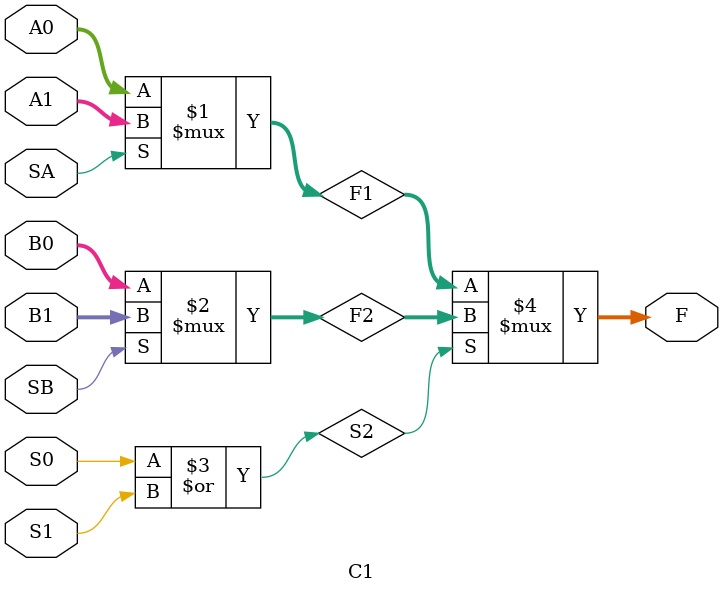
<source format=v>
`timescale 1ns/1ns
module C1 (
    A0,
    A1,
    SA,
    B0,
    B1,
    SB,
    S0,
    S1,
    F
);
    parameter size = 5;

    input [size-1:0]A0;
    input [size-1:0]A1;
    input [size-1:0]B0;
    input [size-1:0]B1;
    input SA, SB, S0, S1;
    output [size-1:0]F;

    wire [size-1:0]F1;
    wire [size-1:0]F2;
    wire S2;

    assign F1 = SA ? A1 : A0;
    assign F2 = SB ? B1 : B0;
    assign S2 = S0 | S1;

    assign F = S2 ? F2 : F1;

   
endmodule
</source>
